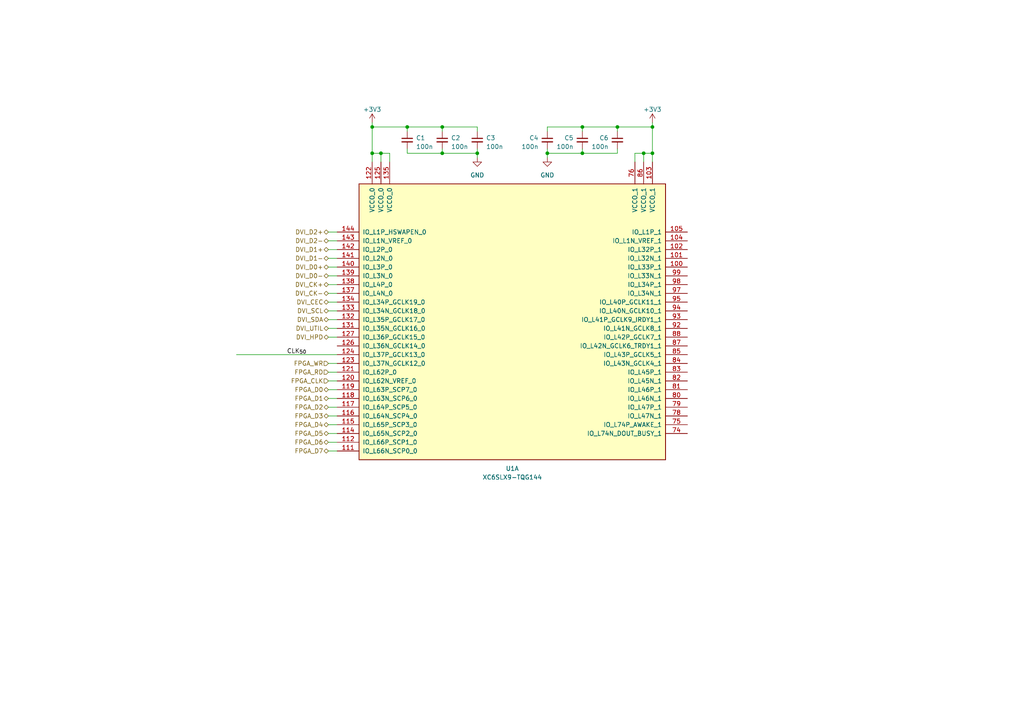
<source format=kicad_sch>
(kicad_sch (version 20231120) (generator "eeschema") (generator_version "8.0")
  (paper "A4")
  (title_block (title "FPGA IO Bank A") (date "2024-03-11") (rev "1") (company "https://github.com/Cuprum77"))
  (lib_symbols
    (symbol "Device:C_Small" (pin_numbers hide) (pin_names (offset 0.254) hide)
      (property "Reference" "C" (at 0.254 1.778 0))
      (property "Value" "C_Small" (at 0.254 -2.032 0))
      (symbol "C_Small_0_1"
        (polyline (pts (xy -1.524 -0.508) (xy 1.524 -0.508)) (stroke (width 0.3302)))
        (polyline (pts (xy -1.524 0.508) (xy 1.524 0.508)) (stroke (width 0.3048)))
      )
      (symbol "C_Small_1_1"
        (pin passive line (at 0 2.54 270) (length 2.032) (name "~") (number "1"))
        (pin passive line (at 0 -2.54 90) (length 2.032) (name "~") (number "2"))
      )
    )
    (symbol "FPGA_Xilinx_Spartan6:XC6SLX9-TQG144" (pin_names (offset 1.016))
      (property "Reference" "U" (at 0 1.27 0))
      (property "Value" "XC6SLX9-TQG144" (at 0 -1.27 0))
      (symbol "XC6SLX9-TQG144_1_1"
        (rectangle (start -44.45 36.83) (end 44.45 -43.18) (stroke (width 0.254)) (fill (type background)))
        (pin bidirectional line (at 50.8 12.7 180) (length 6.35) (name "IO_L33P_1") (number "100"))
        (pin bidirectional line (at 50.8 15.24 180) (length 6.35) (name "IO_L32N_1") (number "101"))
        (pin bidirectional line (at 50.8 17.78 180) (length 6.35) (name "IO_L32P_1") (number "102"))
        (pin power_in line (at 40.64 43.18 270) (length 6.35) (name "VCCO_1") (number "103"))
        (pin bidirectional line (at 50.8 20.32 180) (length 6.35) (name "IO_L1N_VREF_1") (number "104"))
        (pin bidirectional line (at 50.8 22.86 180) (length 6.35) (name "IO_L1P_1") (number "105"))
        (pin bidirectional line (at -50.8 -40.64 0) (length 6.35) (name "IO_L66N_SCP0_0") (number "111"))
        (pin bidirectional line (at -50.8 -38.1 0) (length 6.35) (name "IO_L66P_SCP1_0") (number "112"))
        (pin bidirectional line (at -50.8 -35.56 0) (length 6.35) (name "IO_L65N_SCP2_0") (number "114"))
        (pin bidirectional line (at -50.8 -33.02 0) (length 6.35) (name "IO_L65P_SCP3_0") (number "115"))
        (pin bidirectional line (at -50.8 -30.48 0) (length 6.35) (name "IO_L64N_SCP4_0") (number "116"))
        (pin bidirectional line (at -50.8 -27.94 0) (length 6.35) (name "IO_L64P_SCP5_0") (number "117"))
        (pin bidirectional line (at -50.8 -25.4 0) (length 6.35) (name "IO_L63N_SCP6_0") (number "118"))
        (pin bidirectional line (at -50.8 -22.86 0) (length 6.35) (name "IO_L63P_SCP7_0") (number "119"))
        (pin bidirectional line (at -50.8 -20.32 0) (length 6.35) (name "IO_L62N_VREF_0") (number "120"))
        (pin bidirectional line (at -50.8 -17.78 0) (length 6.35) (name "IO_L62P_0") (number "121"))
        (pin power_in line (at -40.64 43.18 270) (length 6.35) (name "VCCO_0") (number "122"))
        (pin bidirectional line (at -50.8 -15.24 0) (length 6.35) (name "IO_L37N_GCLK12_0") (number "123"))
        (pin bidirectional line (at -50.8 -12.7 0) (length 6.35) (name "IO_L37P_GCLK13_0") (number "124"))
        (pin power_in line (at -38.1 43.18 270) (length 6.35) (name "VCCO_0") (number "125"))
        (pin bidirectional line (at -50.8 -10.16 0) (length 6.35) (name "IO_L36N_GCLK14_0") (number "126"))
        (pin bidirectional line (at -50.8 -7.62 0) (length 6.35) (name "IO_L36P_GCLK15_0") (number "127"))
        (pin bidirectional line (at -50.8 -5.08 0) (length 6.35) (name "IO_L35N_GCLK16_0") (number "131"))
        (pin bidirectional line (at -50.8 -2.54 0) (length 6.35) (name "IO_L35P_GCLK17_0") (number "132"))
        (pin bidirectional line (at -50.8 0 0) (length 6.35) (name "IO_L34N_GCLK18_0") (number "133"))
        (pin bidirectional line (at -50.8 2.54 0) (length 6.35) (name "IO_L34P_GCLK19_0") (number "134"))
        (pin power_in line (at -35.56 43.18 270) (length 6.35) (name "VCCO_0") (number "135"))
        (pin bidirectional line (at -50.8 5.08 0) (length 6.35) (name "IO_L4N_0") (number "137"))
        (pin bidirectional line (at -50.8 7.62 0) (length 6.35) (name "IO_L4P_0") (number "138"))
        (pin bidirectional line (at -50.8 10.16 0) (length 6.35) (name "IO_L3N_0") (number "139"))
        (pin bidirectional line (at -50.8 12.7 0) (length 6.35) (name "IO_L3P_0") (number "140"))
        (pin bidirectional line (at -50.8 15.24 0) (length 6.35) (name "IO_L2N_0") (number "141"))
        (pin bidirectional line (at -50.8 17.78 0) (length 6.35) (name "IO_L2P_0") (number "142"))
        (pin bidirectional line (at -50.8 20.32 0) (length 6.35) (name "IO_L1N_VREF_0") (number "143"))
        (pin bidirectional line (at -50.8 22.86 0) (length 6.35) (name "IO_L1P_HSWAPEN_0") (number "144"))
        (pin bidirectional line (at 50.8 -35.56 180) (length 6.35) (name "IO_L74N_DOUT_BUSY_1") (number "74"))
        (pin bidirectional line (at 50.8 -33.02 180) (length 6.35) (name "IO_L74P_AWAKE_1") (number "75"))
        (pin power_in line (at 35.56 43.18 270) (length 6.35) (name "VCCO_1") (number "76"))
        (pin bidirectional line (at 50.8 -30.48 180) (length 6.35) (name "IO_L47N_1") (number "78"))
        (pin bidirectional line (at 50.8 -27.94 180) (length 6.35) (name "IO_L47P_1") (number "79"))
        (pin bidirectional line (at 50.8 -25.4 180) (length 6.35) (name "IO_L46N_1") (number "80"))
        (pin bidirectional line (at 50.8 -22.86 180) (length 6.35) (name "IO_L46P_1") (number "81"))
        (pin bidirectional line (at 50.8 -20.32 180) (length 6.35) (name "IO_L45N_1") (number "82"))
        (pin bidirectional line (at 50.8 -17.78 180) (length 6.35) (name "IO_L45P_1") (number "83"))
        (pin bidirectional line (at 50.8 -15.24 180) (length 6.35) (name "IO_L43N_GCLK4_1") (number "84"))
        (pin bidirectional line (at 50.8 -12.7 180) (length 6.35) (name "IO_L43P_GCLK5_1") (number "85"))
        (pin power_in line (at 38.1 43.18 270) (length 6.35) (name "VCCO_1") (number "86"))
        (pin bidirectional line (at 50.8 -10.16 180) (length 6.35) (name "IO_L42N_GCLK6_TRDY1_1") (number "87"))
        (pin bidirectional line (at 50.8 -7.62 180) (length 6.35) (name "IO_L42P_GCLK7_1") (number "88"))
        (pin bidirectional line (at 50.8 -5.08 180) (length 6.35) (name "IO_L41N_GCLK8_1") (number "92"))
        (pin bidirectional line (at 50.8 -2.54 180) (length 6.35) (name "IO_L41P_GCLK9_IRDY1_1") (number "93"))
        (pin bidirectional line (at 50.8 0 180) (length 6.35) (name "IO_L40N_GCLK10_1") (number "94"))
        (pin bidirectional line (at 50.8 2.54 180) (length 6.35) (name "IO_L40P_GCLK11_1") (number "95"))
        (pin bidirectional line (at 50.8 5.08 180) (length 6.35) (name "IO_L34N_1") (number "97"))
        (pin bidirectional line (at 50.8 7.62 180) (length 6.35) (name "IO_L34P_1") (number "98"))
        (pin bidirectional line (at 50.8 10.16 180) (length 6.35) (name "IO_L33N_1") (number "99"))
      )
      (symbol "XC6SLX9-TQG144_2_1"
        (rectangle (start -44.45 36.83) (end 44.45 -43.18) (stroke (width 0.254)) (fill (type background)))
        (pin bidirectional line (at 50.8 -40.64 180) (length 6.35) (name "IO_L83N_VREF_3") (number "1"))
        (pin bidirectional line (at 50.8 -22.86 180) (length 6.35) (name "IO_L50P_3") (number "10"))
        (pin bidirectional line (at 50.8 -20.32 180) (length 6.35) (name "IO_L49N_3") (number "11"))
        (pin bidirectional line (at 50.8 -17.78 180) (length 6.35) (name "IO_L49P_3") (number "12"))
        (pin bidirectional line (at 50.8 -15.24 180) (length 6.35) (name "IO_L44N_GCLK20_3") (number "14"))
        (pin bidirectional line (at 50.8 -12.7 180) (length 6.35) (name "IO_L44P_GCLK21_3") (number "15"))
        (pin bidirectional line (at 50.8 -10.16 180) (length 6.35) (name "IO_L43N_GCLK22_IRDY2_3") (number "16"))
        (pin bidirectional line (at 50.8 -7.62 180) (length 6.35) (name "IO_L43P_GCLK23_3") (number "17"))
        (pin power_in line (at 38.1 43.18 270) (length 6.35) (name "VCCO_3") (number "18"))
        (pin bidirectional line (at 50.8 -38.1 180) (length 6.35) (name "IO_L83P_3") (number "2"))
        (pin bidirectional line (at 50.8 -5.08 180) (length 6.35) (name "IO_L42N_GCLK24_3") (number "21"))
        (pin bidirectional line (at 50.8 -2.54 180) (length 6.35) (name "IO_L42P_GCLK25_TRDY2_3") (number "22"))
        (pin bidirectional line (at 50.8 0 180) (length 6.35) (name "IO_L41N_GCLK26_3") (number "23"))
        (pin bidirectional line (at 50.8 2.54 180) (length 6.35) (name "IO_L41P_GCLK27_3") (number "24"))
        (pin bidirectional line (at 50.8 5.08 180) (length 6.35) (name "IO_L37N_3") (number "26"))
        (pin bidirectional line (at 50.8 7.62 180) (length 6.35) (name "IO_L37P_3") (number "27"))
        (pin bidirectional line (at 50.8 10.16 180) (length 6.35) (name "IO_L36N_3") (number "29"))
        (pin bidirectional line (at 50.8 12.7 180) (length 6.35) (name "IO_L36P_3") (number "30"))
        (pin power_in line (at 40.64 43.18 270) (length 6.35) (name "VCCO_3") (number "31"))
        (pin bidirectional line (at 50.8 15.24 180) (length 6.35) (name "IO_L2N_3") (number "32"))
        (pin bidirectional line (at 50.8 17.78 180) (length 6.35) (name "IO_L2P_3") (number "33"))
        (pin bidirectional line (at 50.8 20.32 180) (length 6.35) (name "IO_L1N_VREF_3") (number "34"))
        (pin bidirectional line (at 50.8 22.86 180) (length 6.35) (name "IO_L1P_3") (number "35"))
        (pin bidirectional line (at -50.8 -40.64 0) (length 6.35) (name "IO_L65N_CSO_B_2") (number "38"))
        (pin bidirectional line (at -50.8 -38.1 0) (length 6.35) (name "IO_L65P_INIT_B_2") (number "39"))
        (pin power_in line (at 35.56 43.18 270) (length 6.35) (name "VCCO_3") (number "4"))
        (pin bidirectional line (at -50.8 -35.56 0) (length 6.35) (name "IO_L64N_D9_2") (number "40"))
        (pin bidirectional line (at -50.8 -33.02 0) (length 6.35) (name "IO_L64P_D8_2") (number "41"))
        (pin power_in line (at -40.64 43.18 270) (length 6.35) (name "VCCO_2") (number "42"))
        (pin bidirectional line (at -50.8 -30.48 0) (length 6.35) (name "IO_L62N_D6_2") (number "43"))
        (pin bidirectional line (at -50.8 -27.94 0) (length 6.35) (name "IO_L62P_D5_2") (number "44"))
        (pin bidirectional line (at -50.8 -25.4 0) (length 6.35) (name "IO_L49N_D4_2") (number "45"))
        (pin bidirectional line (at -50.8 -22.86 0) (length 6.35) (name "IO_L49P_D3_2") (number "46"))
        (pin bidirectional line (at -50.8 -20.32 0) (length 6.35) (name "IO_L48N_RDWR_B_VREF_2") (number "47"))
        (pin bidirectional line (at -50.8 -17.78 0) (length 6.35) (name "IO_L48P_D7_2") (number "48"))
        (pin bidirectional line (at 50.8 -35.56 180) (length 6.35) (name "IO_L52N_3") (number "5"))
        (pin bidirectional line (at -50.8 -15.24 0) (length 6.35) (name "IO_L31N_GCLK30_D15_2") (number "50"))
        (pin bidirectional line (at -50.8 -12.7 0) (length 6.35) (name "IO_L31P_GCLK31_D14_2") (number "51"))
        (pin bidirectional line (at -50.8 -10.16 0) (length 6.35) (name "IO_L30N_GCLK0_USERCCLK_2") (number "55"))
        (pin bidirectional line (at -50.8 -7.62 0) (length 6.35) (name "IO_L30P_GCLK1_D13_2") (number "56"))
        (pin bidirectional line (at -50.8 -5.08 0) (length 6.35) (name "IO_L14N_D12_2") (number "57"))
        (pin bidirectional line (at -50.8 -2.54 0) (length 6.35) (name "IO_L14P_D11_2") (number "58"))
        (pin bidirectional line (at -50.8 0 0) (length 6.35) (name "IO_L13N_D10_2") (number "59"))
        (pin bidirectional line (at 50.8 -33.02 180) (length 6.35) (name "IO_L52P_3") (number "6"))
        (pin bidirectional line (at -50.8 2.54 0) (length 6.35) (name "IO_L13P_M1_2") (number "60"))
        (pin bidirectional line (at -50.8 5.08 0) (length 6.35) (name "IO_L12N_D2_MISO3_2") (number "61"))
        (pin bidirectional line (at -50.8 7.62 0) (length 6.35) (name "IO_L12P_D1_MISO2_2") (number "62"))
        (pin power_in line (at -38.1 43.18 270) (length 6.35) (name "VCCO_2") (number "63"))
        (pin bidirectional line (at -50.8 10.16 0) (length 6.35) (name "IO_L3N_MOSI_CSI_B_MISO0_2") (number "64"))
        (pin bidirectional line (at -50.8 12.7 0) (length 6.35) (name "IO_L3P_D0_DIN_MISO_MISO1_2") (number "65"))
        (pin bidirectional line (at -50.8 15.24 0) (length 6.35) (name "IO_L2N_CMPMOSI_2") (number "66"))
        (pin bidirectional line (at -50.8 17.78 0) (length 6.35) (name "IO_L2P_CMPCLK_2") (number "67"))
        (pin bidirectional line (at -50.8 20.32 0) (length 6.35) (name "IO_L1N_M0_CMPMISO_2") (number "69"))
        (pin bidirectional line (at 50.8 -30.48 180) (length 6.35) (name "IO_L51N_3") (number "7"))
        (pin bidirectional line (at -50.8 22.86 0) (length 6.35) (name "IO_L1P_CCLK_2") (number "70"))
        (pin bidirectional line (at 50.8 -27.94 180) (length 6.35) (name "IO_L51P_3") (number "8"))
        (pin bidirectional line (at 50.8 -25.4 180) (length 6.35) (name "IO_L50N_3") (number "9"))
      )
      (symbol "XC6SLX9-TQG144_3_1"
        (rectangle (start -31.75 15.24) (end 31.75 -15.24) (stroke (width 0.254)) (fill (type background)))
        (pin bidirectional line (at 38.1 10.16 180) (length 6.35) (name "TDO") (number "106"))
        (pin bidirectional line (at 38.1 7.62 180) (length 6.35) (name "TMS") (number "107"))
        (pin bidirectional line (at 38.1 5.08 180) (length 6.35) (name "TCK") (number "109"))
        (pin bidirectional line (at 38.1 12.7 180) (length 6.35) (name "TDI") (number "110"))
        (pin bidirectional line (at 38.1 -2.54 180) (length 6.35) (name "PROGRAM_B_2") (number "37"))
        (pin bidirectional line (at 38.1 0 180) (length 6.35) (name "DONE_2") (number "71"))
        (pin bidirectional line (at 38.1 -12.7 180) (length 6.35) (name "CMPCS_B_2") (number "72"))
        (pin bidirectional line (at 38.1 -7.62 180) (length 6.35) (name "SUSPEND") (number "73"))
      )
      (symbol "XC6SLX9-TQG144_4_1"
        (rectangle (start -19.05 17.78) (end 19.05 -17.78) (stroke (width 0.254)) (fill (type background)))
        (pin power_in line (at 25.4 -7.62 180) (length 6.35) (name "GND") (number "108"))
        (pin power_in line (at 25.4 -10.16 180) (length 6.35) (name "GND") (number "113"))
        (pin power_in line (at 25.4 5.08 180) (length 6.35) (name "VCCINT") (number "128"))
        (pin power_in line (at -25.4 5.08 0) (length 6.35) (name "VCCAUX") (number "129"))
        (pin power_in line (at -25.4 -2.54 0) (length 6.35) (name "GND") (number "13"))
        (pin power_in line (at 25.4 -12.7 180) (length 6.35) (name "GND") (number "130"))
        (pin power_in line (at 25.4 -15.24 180) (length 6.35) (name "GND") (number "136"))
        (pin power_in line (at 25.4 15.24 180) (length 6.35) (name "VCCINT") (number "19"))
        (pin power_in line (at -25.4 15.24 0) (length 6.35) (name "VCCAUX") (number "20"))
        (pin power_in line (at -25.4 -5.08 0) (length 6.35) (name "GND") (number "25"))
        (pin power_in line (at 25.4 12.7 180) (length 6.35) (name "VCCINT") (number "28"))
        (pin power_in line (at -25.4 0 0) (length 6.35) (name "GND") (number "3"))
        (pin power_in line (at -25.4 12.7 0) (length 6.35) (name "VCCAUX") (number "36"))
        (pin power_in line (at -25.4 -7.62 0) (length 6.35) (name "GND") (number "49"))
        (pin power_in line (at 25.4 10.16 180) (length 6.35) (name "VCCINT") (number "52"))
        (pin power_in line (at -25.4 10.16 0) (length 6.35) (name "VCCAUX") (number "53"))
        (pin power_in line (at -25.4 -10.16 0) (length 6.35) (name "GND") (number "54"))
        (pin power_in line (at -25.4 -12.7 0) (length 6.35) (name "GND") (number "68"))
        (pin power_in line (at -25.4 -15.24 0) (length 6.35) (name "GND") (number "77"))
        (pin power_in line (at 25.4 7.62 180) (length 6.35) (name "VCCINT") (number "89"))
        (pin power_in line (at -25.4 7.62 0) (length 6.35) (name "VCCAUX") (number "90"))
        (pin power_in line (at 25.4 -2.54 180) (length 6.35) (name "GND") (number "91"))
        (pin power_in line (at 25.4 -5.08 180) (length 6.35) (name "GND") (number "96"))
      )
    )
    (symbol "PCM_4ms_Power-symbol:GND" (power) (pin_names (offset 0))
      (property "Value" "GND" (at 0 -3.81 0))
      (symbol "GND_0_1"
        (polyline (pts (xy 0 0) (xy 0 -1.27) (xy 1.27 -1.27) (xy 0 -2.54) (xy -1.27 -1.27) (xy 0 -1.27)))
      )
      (symbol "GND_1_1"
        (pin power_in line (at 0 0 270) (length 0) hide (name "GND") (number "1"))
      )
    )
    (symbol "power:+3V3" (power) (pin_names (offset 0))
      (property "Value" "+3V3" (at 0 3.556 0))
      (symbol "+3V3_0_1"
        (polyline (pts (xy -0.762 1.27) (xy 0 2.54)))
        (polyline (pts (xy 0 0) (xy 0 2.54)))
        (polyline (pts (xy 0 2.54) (xy 0.762 1.27)))
      )
      (symbol "+3V3_1_1"
        (pin power_in line (at 0 0 90) (length 0) hide (name "+3V3") (number "1"))
      )
    )
  )
  (junction (at 168.91 44.45))
  (junction (at 189.23 36.83))
  (junction (at 107.95 36.83))
  (junction (at 158.75 44.45))
  (junction (at 168.91 36.83))
  (junction (at 186.69 44.45))
  (junction (at 189.23 44.45))
  (junction (at 110.49 44.45))
  (junction (at 118.11 36.83))
  (junction (at 138.43 44.45))
  (junction (at 179.07 36.83))
  (junction (at 128.27 44.45))
  (junction (at 128.27 36.83))
  (junction (at 107.95 44.45))
  (wire (pts (xy 95.25 107.95) (xy 97.79 107.95)))
  (wire (pts (xy 179.07 43.18) (xy 179.07 44.45)))
  (wire (pts (xy 107.95 44.45) (xy 107.95 46.99)))
  (wire (pts (xy 95.25 92.71) (xy 97.79 92.71)))
  (wire (pts (xy 138.43 38.1) (xy 138.43 36.83)))
  (wire (pts (xy 95.25 113.03) (xy 97.79 113.03)))
  (wire (pts (xy 95.25 72.39) (xy 97.79 72.39)))
  (wire (pts (xy 95.25 74.93) (xy 97.79 74.93)))
  (wire (pts (xy 95.25 77.47) (xy 97.79 77.47)))
  (wire (pts (xy 189.23 35.56) (xy 189.23 36.83)))
  (wire (pts (xy 113.03 44.45) (xy 110.49 44.45)))
  (wire (pts (xy 110.49 44.45) (xy 107.95 44.45)))
  (wire (pts (xy 107.95 35.56) (xy 107.95 36.83)))
  (wire (pts (xy 158.75 44.45) (xy 158.75 45.72)))
  (wire (pts (xy 184.15 46.99) (xy 184.15 44.45)))
  (wire (pts (xy 113.03 46.99) (xy 113.03 44.45)))
  (wire (pts (xy 95.25 130.81) (xy 97.79 130.81)))
  (wire (pts (xy 179.07 38.1) (xy 179.07 36.83)))
  (wire (pts (xy 184.15 44.45) (xy 186.69 44.45)))
  (wire (pts (xy 110.49 46.99) (xy 110.49 44.45)))
  (wire (pts (xy 179.07 44.45) (xy 168.91 44.45)))
  (wire (pts (xy 107.95 36.83) (xy 118.11 36.83)))
  (wire (pts (xy 186.69 44.45) (xy 189.23 44.45)))
  (wire (pts (xy 95.25 125.73) (xy 97.79 125.73)))
  (wire (pts (xy 95.25 95.25) (xy 97.79 95.25)))
  (wire (pts (xy 95.25 87.63) (xy 97.79 87.63)))
  (wire (pts (xy 186.69 46.99) (xy 186.69 44.45)))
  (wire (pts (xy 95.25 69.85) (xy 97.79 69.85)))
  (wire (pts (xy 168.91 44.45) (xy 158.75 44.45)))
  (wire (pts (xy 95.25 80.01) (xy 97.79 80.01)))
  (wire (pts (xy 95.25 120.65) (xy 97.79 120.65)))
  (wire (pts (xy 168.91 43.18) (xy 168.91 44.45)))
  (wire (pts (xy 95.25 85.09) (xy 97.79 85.09)))
  (wire (pts (xy 95.25 123.19) (xy 97.79 123.19)))
  (wire (pts (xy 118.11 38.1) (xy 118.11 36.83)))
  (wire (pts (xy 68.58 102.87) (xy 97.79 102.87)))
  (wire (pts (xy 138.43 44.45) (xy 138.43 43.18)))
  (wire (pts (xy 95.25 82.55) (xy 97.79 82.55)))
  (wire (pts (xy 95.25 128.27) (xy 97.79 128.27)))
  (wire (pts (xy 128.27 36.83) (xy 118.11 36.83)))
  (wire (pts (xy 95.25 67.31) (xy 97.79 67.31)))
  (wire (pts (xy 95.25 118.11) (xy 97.79 118.11)))
  (wire (pts (xy 95.25 115.57) (xy 97.79 115.57)))
  (wire (pts (xy 168.91 38.1) (xy 168.91 36.83)))
  (wire (pts (xy 138.43 36.83) (xy 128.27 36.83)))
  (wire (pts (xy 118.11 44.45) (xy 128.27 44.45)))
  (wire (pts (xy 168.91 36.83) (xy 179.07 36.83)))
  (wire (pts (xy 95.25 105.41) (xy 97.79 105.41)))
  (wire (pts (xy 158.75 38.1) (xy 158.75 36.83)))
  (wire (pts (xy 95.25 90.17) (xy 97.79 90.17)))
  (wire (pts (xy 107.95 36.83) (xy 107.95 44.45)))
  (wire (pts (xy 158.75 36.83) (xy 168.91 36.83)))
  (wire (pts (xy 189.23 44.45) (xy 189.23 46.99)))
  (wire (pts (xy 118.11 43.18) (xy 118.11 44.45)))
  (wire (pts (xy 95.25 97.79) (xy 97.79 97.79)))
  (wire (pts (xy 95.25 110.49) (xy 97.79 110.49)))
  (wire (pts (xy 138.43 44.45) (xy 138.43 45.72)))
  (wire (pts (xy 128.27 38.1) (xy 128.27 36.83)))
  (wire (pts (xy 189.23 36.83) (xy 179.07 36.83)))
  (wire (pts (xy 128.27 43.18) (xy 128.27 44.45)))
  (wire (pts (xy 189.23 36.83) (xy 189.23 44.45)))
  (wire (pts (xy 128.27 44.45) (xy 138.43 44.45)))
  (wire (pts (xy 158.75 44.45) (xy 158.75 43.18)))
  (label "CLK_{50}" (at 88.9 102.87 180))
  (hierarchical_label "FPGA_D0" (shape bidirectional) (at 95.25 113.03 180))
  (hierarchical_label "DVI_CEC" (shape bidirectional) (at 95.25 87.63 180))
  (hierarchical_label "DVI_UTIL" (shape bidirectional) (at 95.25 95.25 180))
  (hierarchical_label "FPGA_CLK" (shape input) (at 95.25 110.49 180))
  (hierarchical_label "FPGA_WR" (shape input) (at 95.25 105.41 180))
  (hierarchical_label "FPGA_D4" (shape bidirectional) (at 95.25 123.19 180))
  (hierarchical_label "FPGA_D7" (shape bidirectional) (at 95.25 130.81 180))
  (hierarchical_label "DVI_D0+" (shape bidirectional) (at 95.25 77.47 180))
  (hierarchical_label "DVI_CK+" (shape bidirectional) (at 95.25 82.55 180))
  (hierarchical_label "DVI_D2+" (shape bidirectional) (at 95.25 67.31 180))
  (hierarchical_label "FPGA_D3" (shape bidirectional) (at 95.25 120.65 180))
  (hierarchical_label "FPGA_D5" (shape bidirectional) (at 95.25 125.73 180))
  (hierarchical_label "DVI_D1+" (shape bidirectional) (at 95.25 72.39 180))
  (hierarchical_label "FPGA_RD" (shape input) (at 95.25 107.95 180))
  (hierarchical_label "FPGA_D1" (shape bidirectional) (at 95.25 115.57 180))
  (hierarchical_label "DVI_D2-" (shape bidirectional) (at 95.25 69.85 180))
  (hierarchical_label "FPGA_D2" (shape bidirectional) (at 95.25 118.11 180))
  (hierarchical_label "DVI_SCL" (shape bidirectional) (at 95.25 90.17 180))
  (hierarchical_label "FPGA_D6" (shape bidirectional) (at 95.25 128.27 180))
  (hierarchical_label "DVI_SDA" (shape bidirectional) (at 95.25 92.71 180))
  (hierarchical_label "DVI_D0-" (shape bidirectional) (at 95.25 80.01 180))
  (hierarchical_label "DVI_D1-" (shape bidirectional) (at 95.25 74.93 180))
  (hierarchical_label "DVI_HPD" (shape bidirectional) (at 95.25 97.79 180))
  (hierarchical_label "DVI_CK-" (shape bidirectional) (at 95.25 85.09 180))
  (symbol (lib_id "Device:C_Small") (at 118.11 40.64 0) (unit 1)
    (property "Reference" "C1" (at 120.65 40.0113 0) (effects (justify left)))
    (property "Value" "100n" (at 120.65 42.5513 0) (effects (justify left)))
    (property "Footprint" "Capacitor_SMD:C_0402_1005Metric" (effects (hide yes)))
  )
  (symbol (lib_id "Device:C_Small") (at 128.27 40.64 0) (unit 1)
    (property "Reference" "C2" (at 130.81 40.0113 0) (effects (justify left)))
    (property "Value" "100n" (at 130.81 42.5513 0) (effects (justify left)))
    (property "Footprint" "Capacitor_SMD:C_0402_1005Metric" (effects (hide yes)))
  )
  (symbol (lib_id "Device:C_Small") (at 158.75 40.64 0) (mirror y) (unit 1)
    (property "Reference" "C4" (at 156.21 40.0113 0) (effects (justify left)))
    (property "Value" "100n" (at 156.21 42.5513 0) (effects (justify left)))
    (property "Footprint" "Capacitor_SMD:C_0402_1005Metric" (effects (hide yes)))
  )
  (symbol (lib_id "Device:C_Small") (at 168.91 40.64 0) (mirror y) (unit 1)
    (property "Reference" "C5" (at 166.37 40.0113 0) (effects (justify left)))
    (property "Value" "100n" (at 166.37 42.5513 0) (effects (justify left)))
    (property "Footprint" "Capacitor_SMD:C_0402_1005Metric" (effects (hide yes)))
  )
  (symbol (lib_id "PCM_4ms_Power-symbol:GND") (at 138.43 45.72 0) (unit 1)
    (property "Reference" "#PWR022" (effects (hide yes)))
    (property "Value" "GND" (at 138.43 50.8 0))
  )
  (symbol (lib_id "FPGA_Xilinx_Spartan6:XC6SLX9-TQG144") (at 148.59 90.17 0) (unit 1)
    (property "Reference" "U1" (at 148.59 135.89 0))
    (property "Value" "XC6SLX9-TQG144" (at 148.59 138.43 0))
    (property "Footprint" "Package_QFP:TQFP-144_20x20mm_P0.5mm" (effects (hide yes)))
    (property "Description" "Spartan 6 LX 9 XC6SLX9-TQG144" (effects (hide yes)))
  )
  (symbol (lib_id "Device:C_Small") (at 138.43 40.64 0) (unit 1)
    (property "Reference" "C3" (at 140.97 40.0113 0) (effects (justify left)))
    (property "Value" "100n" (at 140.97 42.5513 0) (effects (justify left)))
    (property "Footprint" "Capacitor_SMD:C_0402_1005Metric" (effects (hide yes)))
  )
  (symbol (lib_id "Device:C_Small") (at 179.07 40.64 0) (mirror y) (unit 1)
    (property "Reference" "C6" (at 176.53 40.0113 0) (effects (justify left)))
    (property "Value" "100n" (at 176.53 42.5513 0) (effects (justify left)))
    (property "Footprint" "Capacitor_SMD:C_0402_1005Metric" (effects (hide yes)))
  )
  (symbol (lib_id "power:+3V3") (at 107.95 35.56 0) (unit 1)
    (property "Reference" "#PWR021" (effects (hide yes)))
    (property "Value" "+3V3" (at 107.95 31.75 0))
  )
  (symbol (lib_id "PCM_4ms_Power-symbol:GND") (at 158.75 45.72 0) (mirror y) (unit 1)
    (property "Reference" "#PWR023" (effects (hide yes)))
    (property "Value" "GND" (at 158.75 50.8 0))
  )
  (symbol (lib_id "power:+3V3") (at 189.23 35.56 0) (mirror y) (unit 1)
    (property "Reference" "#PWR024" (effects (hide yes)))
    (property "Value" "+3V3" (at 189.23 31.75 0))
  )
)
</source>
